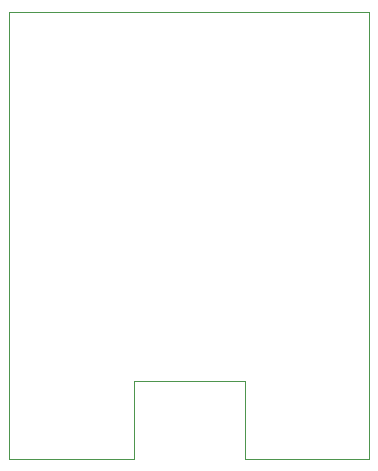
<source format=gm1>
G04 #@! TF.GenerationSoftware,KiCad,Pcbnew,(5.1.4-0-10_14)*
G04 #@! TF.CreationDate,2020-02-10T15:43:12-05:00*
G04 #@! TF.ProjectId,neo8_adapter,6e656f38-5f61-4646-9170-7465722e6b69,rev?*
G04 #@! TF.SameCoordinates,Original*
G04 #@! TF.FileFunction,Profile,NP*
%FSLAX46Y46*%
G04 Gerber Fmt 4.6, Leading zero omitted, Abs format (unit mm)*
G04 Created by KiCad (PCBNEW (5.1.4-0-10_14)) date 2020-02-10 15:43:12*
%MOMM*%
%LPD*%
G04 APERTURE LIST*
%ADD10C,0.050000*%
G04 APERTURE END LIST*
D10*
X144780000Y-121475500D02*
X150050500Y-121475500D01*
X144780000Y-83566000D02*
X144780000Y-121475500D01*
X175260000Y-83566000D02*
X144780000Y-83566000D01*
X175260000Y-121475500D02*
X175260000Y-83566000D01*
X170116500Y-121475500D02*
X175260000Y-121475500D01*
X164719000Y-121475500D02*
X170116500Y-121475500D01*
X164719000Y-114808000D02*
X164719000Y-121475500D01*
X155321000Y-114808000D02*
X164719000Y-114808000D01*
X155321000Y-121475500D02*
X155321000Y-114808000D01*
X150050500Y-121475500D02*
X155321000Y-121475500D01*
M02*

</source>
